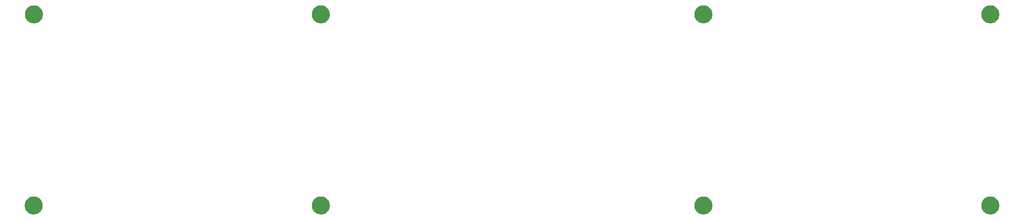
<source format=gbr>
G04 #@! TF.GenerationSoftware,KiCad,Pcbnew,(5.1.2-1)-1*
G04 #@! TF.CreationDate,2020-05-18T20:01:50-05:00*
G04 #@! TF.ProjectId,therick_bottom_plate,74686572-6963-46b5-9f62-6f74746f6d5f,rev?*
G04 #@! TF.SameCoordinates,Original*
G04 #@! TF.FileFunction,Soldermask,Bot*
G04 #@! TF.FilePolarity,Negative*
%FSLAX46Y46*%
G04 Gerber Fmt 4.6, Leading zero omitted, Abs format (unit mm)*
G04 Created by KiCad (PCBNEW (5.1.2-1)-1) date 2020-05-18 20:01:50*
%MOMM*%
%LPD*%
G04 APERTURE LIST*
%ADD10C,0.100000*%
G04 APERTURE END LIST*
D10*
G36*
X256112831Y-90343211D02*
G01*
X256440592Y-90478974D01*
X256735570Y-90676072D01*
X256986428Y-90926930D01*
X257183526Y-91221908D01*
X257319289Y-91549669D01*
X257388500Y-91897616D01*
X257388500Y-92252384D01*
X257319289Y-92600331D01*
X257183526Y-92928092D01*
X256986428Y-93223070D01*
X256735570Y-93473928D01*
X256440592Y-93671026D01*
X256112831Y-93806789D01*
X255764884Y-93876000D01*
X255410116Y-93876000D01*
X255062169Y-93806789D01*
X254734408Y-93671026D01*
X254439430Y-93473928D01*
X254188572Y-93223070D01*
X253991474Y-92928092D01*
X253855711Y-92600331D01*
X253786500Y-92252384D01*
X253786500Y-91897616D01*
X253855711Y-91549669D01*
X253991474Y-91221908D01*
X254188572Y-90926930D01*
X254439430Y-90676072D01*
X254734408Y-90478974D01*
X255062169Y-90343211D01*
X255410116Y-90274000D01*
X255764884Y-90274000D01*
X256112831Y-90343211D01*
X256112831Y-90343211D01*
G37*
G36*
X198962831Y-90343211D02*
G01*
X199290592Y-90478974D01*
X199585570Y-90676072D01*
X199836428Y-90926930D01*
X200033526Y-91221908D01*
X200169289Y-91549669D01*
X200238500Y-91897616D01*
X200238500Y-92252384D01*
X200169289Y-92600331D01*
X200033526Y-92928092D01*
X199836428Y-93223070D01*
X199585570Y-93473928D01*
X199290592Y-93671026D01*
X198962831Y-93806789D01*
X198614884Y-93876000D01*
X198260116Y-93876000D01*
X197912169Y-93806789D01*
X197584408Y-93671026D01*
X197289430Y-93473928D01*
X197038572Y-93223070D01*
X196841474Y-92928092D01*
X196705711Y-92600331D01*
X196636500Y-92252384D01*
X196636500Y-91897616D01*
X196705711Y-91549669D01*
X196841474Y-91221908D01*
X197038572Y-90926930D01*
X197289430Y-90676072D01*
X197584408Y-90478974D01*
X197912169Y-90343211D01*
X198260116Y-90274000D01*
X198614884Y-90274000D01*
X198962831Y-90343211D01*
X198962831Y-90343211D01*
G37*
G36*
X122762831Y-90343211D02*
G01*
X123090592Y-90478974D01*
X123385570Y-90676072D01*
X123636428Y-90926930D01*
X123833526Y-91221908D01*
X123969289Y-91549669D01*
X124038500Y-91897616D01*
X124038500Y-92252384D01*
X123969289Y-92600331D01*
X123833526Y-92928092D01*
X123636428Y-93223070D01*
X123385570Y-93473928D01*
X123090592Y-93671026D01*
X122762831Y-93806789D01*
X122414884Y-93876000D01*
X122060116Y-93876000D01*
X121712169Y-93806789D01*
X121384408Y-93671026D01*
X121089430Y-93473928D01*
X120838572Y-93223070D01*
X120641474Y-92928092D01*
X120505711Y-92600331D01*
X120436500Y-92252384D01*
X120436500Y-91897616D01*
X120505711Y-91549669D01*
X120641474Y-91221908D01*
X120838572Y-90926930D01*
X121089430Y-90676072D01*
X121384408Y-90478974D01*
X121712169Y-90343211D01*
X122060116Y-90274000D01*
X122414884Y-90274000D01*
X122762831Y-90343211D01*
X122762831Y-90343211D01*
G37*
G36*
X65562031Y-90343211D02*
G01*
X65889792Y-90478974D01*
X66184770Y-90676072D01*
X66435628Y-90926930D01*
X66632726Y-91221908D01*
X66768489Y-91549669D01*
X66837700Y-91897616D01*
X66837700Y-92252384D01*
X66768489Y-92600331D01*
X66632726Y-92928092D01*
X66435628Y-93223070D01*
X66184770Y-93473928D01*
X65889792Y-93671026D01*
X65562031Y-93806789D01*
X65214084Y-93876000D01*
X64859316Y-93876000D01*
X64511369Y-93806789D01*
X64183608Y-93671026D01*
X63888630Y-93473928D01*
X63637772Y-93223070D01*
X63440674Y-92928092D01*
X63304911Y-92600331D01*
X63235700Y-92252384D01*
X63235700Y-91897616D01*
X63304911Y-91549669D01*
X63440674Y-91221908D01*
X63637772Y-90926930D01*
X63888630Y-90676072D01*
X64183608Y-90478974D01*
X64511369Y-90343211D01*
X64859316Y-90274000D01*
X65214084Y-90274000D01*
X65562031Y-90343211D01*
X65562031Y-90343211D01*
G37*
G36*
X256112831Y-52243211D02*
G01*
X256440592Y-52378974D01*
X256735570Y-52576072D01*
X256986428Y-52826930D01*
X257183526Y-53121908D01*
X257319289Y-53449669D01*
X257388500Y-53797616D01*
X257388500Y-54152384D01*
X257319289Y-54500331D01*
X257183526Y-54828092D01*
X256986428Y-55123070D01*
X256735570Y-55373928D01*
X256440592Y-55571026D01*
X256112831Y-55706789D01*
X255764884Y-55776000D01*
X255410116Y-55776000D01*
X255062169Y-55706789D01*
X254734408Y-55571026D01*
X254439430Y-55373928D01*
X254188572Y-55123070D01*
X253991474Y-54828092D01*
X253855711Y-54500331D01*
X253786500Y-54152384D01*
X253786500Y-53797616D01*
X253855711Y-53449669D01*
X253991474Y-53121908D01*
X254188572Y-52826930D01*
X254439430Y-52576072D01*
X254734408Y-52378974D01*
X255062169Y-52243211D01*
X255410116Y-52174000D01*
X255764884Y-52174000D01*
X256112831Y-52243211D01*
X256112831Y-52243211D01*
G37*
G36*
X198962831Y-52243211D02*
G01*
X199290592Y-52378974D01*
X199585570Y-52576072D01*
X199836428Y-52826930D01*
X200033526Y-53121908D01*
X200169289Y-53449669D01*
X200238500Y-53797616D01*
X200238500Y-54152384D01*
X200169289Y-54500331D01*
X200033526Y-54828092D01*
X199836428Y-55123070D01*
X199585570Y-55373928D01*
X199290592Y-55571026D01*
X198962831Y-55706789D01*
X198614884Y-55776000D01*
X198260116Y-55776000D01*
X197912169Y-55706789D01*
X197584408Y-55571026D01*
X197289430Y-55373928D01*
X197038572Y-55123070D01*
X196841474Y-54828092D01*
X196705711Y-54500331D01*
X196636500Y-54152384D01*
X196636500Y-53797616D01*
X196705711Y-53449669D01*
X196841474Y-53121908D01*
X197038572Y-52826930D01*
X197289430Y-52576072D01*
X197584408Y-52378974D01*
X197912169Y-52243211D01*
X198260116Y-52174000D01*
X198614884Y-52174000D01*
X198962831Y-52243211D01*
X198962831Y-52243211D01*
G37*
G36*
X122762831Y-52243211D02*
G01*
X123090592Y-52378974D01*
X123385570Y-52576072D01*
X123636428Y-52826930D01*
X123833526Y-53121908D01*
X123969289Y-53449669D01*
X124038500Y-53797616D01*
X124038500Y-54152384D01*
X123969289Y-54500331D01*
X123833526Y-54828092D01*
X123636428Y-55123070D01*
X123385570Y-55373928D01*
X123090592Y-55571026D01*
X122762831Y-55706789D01*
X122414884Y-55776000D01*
X122060116Y-55776000D01*
X121712169Y-55706789D01*
X121384408Y-55571026D01*
X121089430Y-55373928D01*
X120838572Y-55123070D01*
X120641474Y-54828092D01*
X120505711Y-54500331D01*
X120436500Y-54152384D01*
X120436500Y-53797616D01*
X120505711Y-53449669D01*
X120641474Y-53121908D01*
X120838572Y-52826930D01*
X121089430Y-52576072D01*
X121384408Y-52378974D01*
X121712169Y-52243211D01*
X122060116Y-52174000D01*
X122414884Y-52174000D01*
X122762831Y-52243211D01*
X122762831Y-52243211D01*
G37*
G36*
X65612831Y-52243211D02*
G01*
X65940592Y-52378974D01*
X66235570Y-52576072D01*
X66486428Y-52826930D01*
X66683526Y-53121908D01*
X66819289Y-53449669D01*
X66888500Y-53797616D01*
X66888500Y-54152384D01*
X66819289Y-54500331D01*
X66683526Y-54828092D01*
X66486428Y-55123070D01*
X66235570Y-55373928D01*
X65940592Y-55571026D01*
X65612831Y-55706789D01*
X65264884Y-55776000D01*
X64910116Y-55776000D01*
X64562169Y-55706789D01*
X64234408Y-55571026D01*
X63939430Y-55373928D01*
X63688572Y-55123070D01*
X63491474Y-54828092D01*
X63355711Y-54500331D01*
X63286500Y-54152384D01*
X63286500Y-53797616D01*
X63355711Y-53449669D01*
X63491474Y-53121908D01*
X63688572Y-52826930D01*
X63939430Y-52576072D01*
X64234408Y-52378974D01*
X64562169Y-52243211D01*
X64910116Y-52174000D01*
X65264884Y-52174000D01*
X65612831Y-52243211D01*
X65612831Y-52243211D01*
G37*
M02*

</source>
